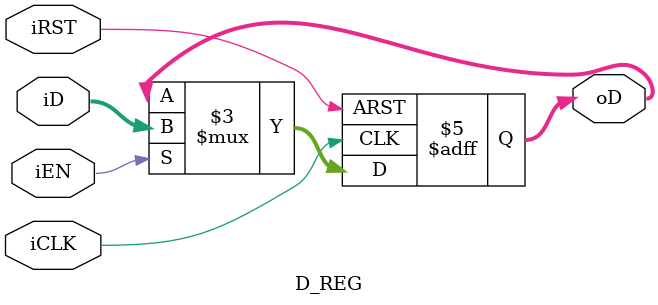
<source format=v>
module D_REG #(parameter n = 64)(
        input iRST,iCLK,iEN,
        input [n-1:0] iD, //input Data
        output reg [n-1:0] oD //output Data
);

        always @(posedge iCLK,posedge iRST)
        begin
                if(iRST) // KEY[0](RST) == 0
                        oD <=  0;
                else if(iEN)
                        oD <= iD;
                else
                        oD <= oD;
        end

endmodule

</source>
